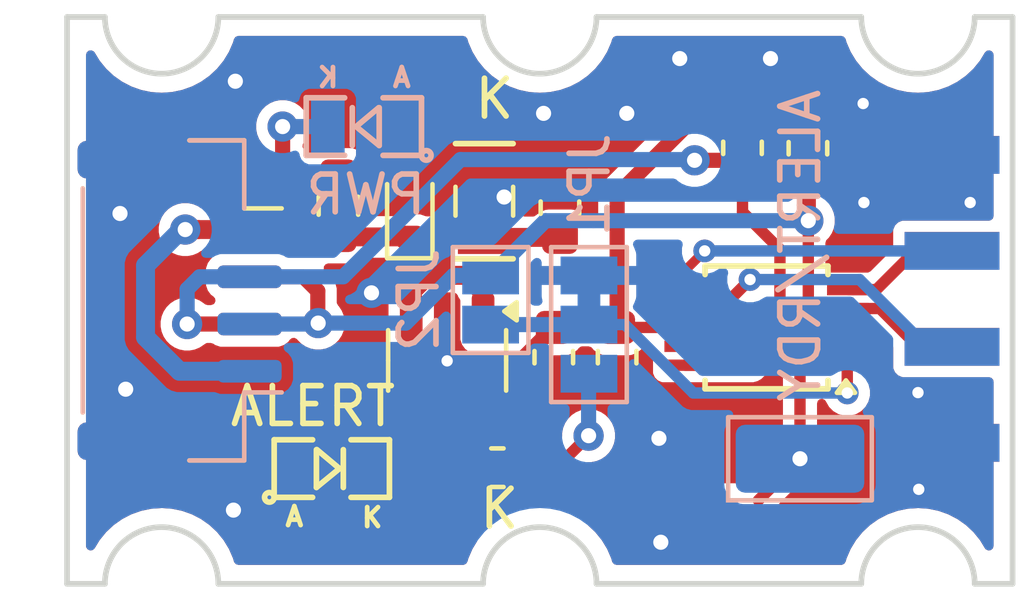
<source format=kicad_pcb>
(kicad_pcb (version 20241229) (generator "pcbnew") (generator_version "9.0")
  (title_block (title "TFI2CADC01A") (date "2022-03-24") (company "ThunderFly s.r.o.") (comment 1 "I2C Analog to digital convertor\\nfor PixHawk "))
  (layers (0 "F.Cu" jumper) (2 "B.Cu" signal) (13 "F.Paste" user) (15 "B.Paste" user) (5 "F.SilkS" user "F.Silkscreen") (7 "B.SilkS" user "B.Silkscreen") (1 "F.Mask" user) (3 "B.Mask" user) (25 "Edge.Cuts" user))
  (net 0 "")
  (net 1 "GND")
  (net 2 "+3V3")
  (net 3 "+5V")
  (net 4 "Net-(D1-A)")
  (net 6 "Net-(D3-A)")
  (net 7 "/AIN3")
  (net 8 "/AIN1")
  (net 9 "/AIN0")
  (net 10 "/AIN2")
  (net 11 "/ALERT{slash}RDY")
  (net 12 "/SDA")
  (net 13 "/SCL")
  (net 14 "/ADDR")
  (footprint "Package_TO_SOT_SMD:SOT-23-5" (layer "F.Cu") (at 146.05 106.5875 -90)
    (property "Reference" "U1" (hide yes))
    (property "Value" "MIC5504-3.3YM5" (hide yes))
    (fp_line (start 0 1.56) (end -0.8 1.56) (stroke (width 0.12)) (layer "F.SilkS"))
    (fp_line (start 0 1.56) (end 0.8 1.56) (stroke (width 0.12)) (layer "F.SilkS"))
    (fp_line (start 0 -1.56) (end -0.8 -1.56) (stroke (width 0.12)) (layer "F.SilkS"))
    (fp_line (start 0 -1.56) (end 0.8 -1.56) (stroke (width 0.12)) (layer "F.SilkS"))
    (fp_poly (pts (xy -1.3 -1.51) (xy -1.54 -1.84) (xy -1.06 -1.84)) (stroke (width 0.12)) (fill yes) (layer "F.SilkS"))
    (pad "1" smd roundrect (at -1.1375 -0.95 270) (size 1.325 0.6) (layers "F.Cu" "F.Mask" "F.Paste") (net 3 "+5V"))
    (pad "2" smd roundrect (at -1.1375 0 270) (size 1.325 0.6) (layers "F.Cu" "F.Mask" "F.Paste") (net 1 "GND"))
    (pad "3" smd roundrect (at -1.1375 0.95 270) (size 1.325 0.6) (layers "F.Cu" "F.Mask" "F.Paste") (net 3 "+5V"))
    (pad "4" smd roundrect (at 1.1375 0.95 270) (size 1.325 0.6) (layers "F.Cu" "F.Mask" "F.Paste"))
    (pad "5" smd roundrect (at 1.1375 -0.95 270) (size 1.325 0.6) (layers "F.Cu" "F.Mask" "F.Paste") (net 2 "+3V3"))
  )
  (footprint "Mlab_R:SMD-0603" (layer "F.Cu") (at 149.033 102.545 90)
    (property "Reference" "C2" (hide yes))
    (property "Value" "100nF" (hide yes))
    (fp_line (start -0.162779 -0.51) (end 0.162779 -0.51) (stroke (width 0.12)) (layer "F.SilkS"))
    (fp_line (start -0.162779 0.51) (end 0.162779 0.51) (stroke (width 0.12)) (layer "F.SilkS"))
    (pad "1" smd roundrect (at -0.7875 0 90) (size 0.875 0.95) (layers "F.Cu" "F.Mask" "F.Paste") (net 3 "+5V"))
    (pad "2" smd roundrect (at 0.7875 0 90) (size 0.875 0.95) (layers "F.Cu" "F.Mask" "F.Paste") (net 1 "GND"))
  )
  (footprint "Mlab_R:SMD-0603" (layer "F.Cu") (at 153.86 100.9625 -90)
    (property "Reference" "R3" (hide yes))
    (property "Value" "10k" (hide yes))
    (fp_line (start -0.162779 0.51) (end 0.162779 0.51) (stroke (width 0.12)) (layer "F.SilkS"))
    (fp_line (start -0.162779 -0.51) (end 0.162779 -0.51) (stroke (width 0.12)) (layer "F.SilkS"))
    (pad "1" smd roundrect (at -0.7875 0 270) (size 0.875 0.95) (layers "F.Cu" "F.Mask" "F.Paste") (net 2 "+3V3"))
    (pad "2" smd roundrect (at 0.7875 0 270) (size 0.875 0.95) (layers "F.Cu" "F.Mask" "F.Paste") (net 12 "/SDA"))
  )
  (footprint "Mlab_R:SMD-0805" (layer "F.Cu") (at 147.033 102.375 90)
    (property "Reference" "C1")
    (property "Value" "10uF")
    (fp_line (start 1.524 -0.762) (end 1.524 0.762) (stroke (width 0.15)) (layer "F.SilkS"))
    (fp_line (start -0.381 -0.762) (end 0.381 -0.762) (stroke (width 0.12)) (layer "F.SilkS"))
    (fp_line (start -0.381 0.762) (end 0.381 0.762) (stroke (width 0.12)) (layer "F.SilkS"))
    (fp_line (start -1.524 0.762) (end -1.524 -0.762) (stroke (width 0.15)) (layer "F.SilkS"))
    (pad "1" smd rect (at -0.9525 0 90) (size 0.889 1.397) (layers "F.Cu" "F.Mask" "F.Paste") (net 3 "+5V"))
    (pad "2" smd rect (at 0.9525 0 90) (size 0.889 1.397) (layers "F.Cu" "F.Mask" "F.Paste") (net 1 "GND"))
  )
  (footprint "Diode_SMD:D_SOD-523" (layer "F.Cu") (at 145.063 102.6235 90)
    (property "Reference" "D2" (hide yes))
    (property "Value" "BZX585-B5V6.115" (hide yes))
    (fp_line (start 0.7 -0.6) (end -1.26 -0.6) (stroke (width 0.12)) (layer "F.SilkS"))
    (fp_line (start -1.26 -0.6) (end -1.26 0.6) (stroke (width 0.12)) (layer "F.SilkS"))
    (fp_line (start 0.7 0.6) (end -1.26 0.6) (stroke (width 0.12)) (layer "F.SilkS"))
    (pad "1" smd roundrect (at -0.7 0 270) (size 0.6 0.7) (layers "F.Cu" "F.Mask" "F.Paste") (net 3 "+5V"))
    (pad "2" smd roundrect (at 0.7 0 270) (size 0.6 0.7) (layers "F.Cu" "F.Mask" "F.Paste") (net 1 "GND"))
  )
  (footprint "Mlab_R:SMD-0603" (layer "F.Cu") (at 148.87 106.5025 -90)
    (property "Reference" "C3" (hide yes))
    (property "Value" "1uF" (hide yes))
    (fp_line (start -0.162779 0.51) (end 0.162779 0.51) (stroke (width 0.12)) (layer "F.SilkS"))
    (fp_line (start -0.162779 -0.51) (end 0.162779 -0.51) (stroke (width 0.12)) (layer "F.SilkS"))
    (pad "1" smd roundrect (at -0.7875 0 270) (size 0.875 0.95) (layers "F.Cu" "F.Mask" "F.Paste") (net 2 "+3V3"))
    (pad "2" smd roundrect (at 0.7875 0 270) (size 0.875 0.95) (layers "F.Cu" "F.Mask" "F.Paste") (net 1 "GND"))
  )
  (footprint "Mlab_R:SMD-0603" (layer "F.Cu") (at 150.545 106.5025 -90)
    (property "Reference" "C4" (hide yes))
    (property "Value" "100nF" (hide yes))
    (fp_line (start -0.162779 0.51) (end 0.162779 0.51) (stroke (width 0.12)) (layer "F.SilkS"))
    (fp_line (start -0.162779 -0.51) (end 0.162779 -0.51) (stroke (width 0.12)) (layer "F.SilkS"))
    (pad "1" smd roundrect (at -0.7875 0 270) (size 0.875 0.95) (layers "F.Cu" "F.Mask" "F.Paste") (net 2 "+3V3"))
    (pad "2" smd roundrect (at 0.7875 0 270) (size 0.875 0.95) (layers "F.Cu" "F.Mask" "F.Paste") (net 1 "GND"))
  )
  (footprint "Mlab_R:SMD-0603" (layer "F.Cu") (at 147.3792 109.4266)
    (property "Reference" "R4" (hide yes))
    (property "Value" "4k7" (hide yes))
    (fp_line (start -0.16278 -0.51) (end 0.16278 -0.51) (stroke (width 0.12)) (layer "F.SilkS"))
    (fp_line (start -0.16278 0.51) (end 0.16278 0.51) (stroke (width 0.12)) (layer "F.SilkS"))
    (pad "1" smd roundrect (at -0.787501 0) (size 0.875 0.95) (layers "F.Cu" "F.Mask" "F.Paste") (net 6 "Net-(D3-A)"))
    (pad "2" smd roundrect (at 0.787501 0) (size 0.875 0.95) (layers "F.Cu" "F.Mask" "F.Paste") (net 2 "+3V3"))
  )
  (footprint "Mlab_D:LED_0805" (layer "F.Cu") (at 143 109.45)
    (property "Reference" "D3" (hide yes))
    (property "Value" "ALERT" (at -0.5 -1.65 180) (layer "F.SilkS"))
    (fp_line (start -1.524 -0.762) (end -0.508 -0.762) (stroke (width 0.15)) (layer "F.SilkS"))
    (fp_line (start -1.524 0.762) (end -1.524 -0.762) (stroke (width 0.15)) (layer "F.SilkS"))
    (fp_line (start -0.508 0.762) (end -1.524 0.762) (stroke (width 0.15)) (layer "F.SilkS"))
    (fp_line (start -0.4064 -0.5) (end -0.4064 0.5) (stroke (width 0.15)) (layer "F.SilkS"))
    (fp_line (start -0.3937 -0.499999) (end 0.2032 0) (stroke (width 0.15)) (layer "F.SilkS"))
    (fp_line (start 0.2032 0) (end -0.4064 0.5) (stroke (width 0.15)) (layer "F.SilkS"))
    (fp_line (start 0.3048 -0.5) (end 0.3048 0.5) (stroke (width 0.15)) (layer "F.SilkS"))
    (fp_line (start 0.508 -0.762) (end 1.524 -0.762) (stroke (width 0.15)) (layer "F.SilkS"))
    (fp_line (start 1.524 -0.762) (end 1.524 0.762) (stroke (width 0.15)) (layer "F.SilkS"))
    (fp_line (start 1.524 0.762) (end 0.508 0.762) (stroke (width 0.15)) (layer "F.SilkS"))
    (fp_circle (center -1.651 0.762) (end -1.651 0.635) (stroke (width 0.15)) (fill no) (layer "F.SilkS"))
    (fp_text user "A" (at -0.9906 1.270001 180) (layer "F.SilkS") (effects (font (size 0.5 0.5) (thickness 0.125))))
    (fp_text user "K" (at 1.0668 1.295401 180) (layer "F.SilkS") (effects (font (size 0.5 0.5) (thickness 0.125))))
    (pad "1" smd rect (at -0.9525 0) (size 0.889 1.397) (layers "F.Cu" "F.Mask" "F.Paste") (net 11 "/ALERT{slash}RDY"))
    (pad "2" smd rect (at 0.9525 0) (size 0.889 1.397) (layers "F.Cu" "F.Mask" "F.Paste") (net 6 "Net-(D3-A)"))
  )
  (footprint "Connector_JST:JST_GH_SM04B-GHS-TB_1x04-1MP_P1.25mm_Horizontal" (layer "F.Cu") (at 138.975 105 -90)
    (property "Reference" "J2" (hide yes))
    (property "Value" "SM04B-GHS-TB" (hide yes))
    (fp_line (start -2.965 2.56) (end 2.965 2.56) (stroke (width 0.12)) (layer "F.SilkS"))
    (fp_line (start -4.235 -0.26) (end -4.235 -1.71) (stroke (width 0.12)) (layer "F.SilkS"))
    (fp_line (start 4.235 -0.26) (end 4.235 -1.71) (stroke (width 0.12)) (layer "F.SilkS"))
    (fp_line (start -4.235 -1.71) (end -2.435 -1.71) (stroke (width 0.12)) (layer "F.SilkS"))
    (fp_line (start -2.435 -1.71) (end -2.435 -2.7) (stroke (width 0.12)) (layer "F.SilkS"))
    (fp_line (start 4.235 -1.71) (end 2.435 -1.71) (stroke (width 0.12)) (layer "F.SilkS"))
    (pad "1" smd roundrect (at -1.875 -1.85 270) (size 0.6 1.7) (layers "F.Cu" "F.Mask" "F.Paste") (net 3 "+5V"))
    (pad "2" smd roundrect (at -0.625 -1.85 270) (size 0.6 1.7) (layers "F.Cu" "F.Mask" "F.Paste") (net 13 "/SCL"))
    (pad "3" smd roundrect (at 0.625 -1.85 270) (size 0.6 1.7) (layers "F.Cu" "F.Mask" "F.Paste") (net 12 "/SDA"))
    (pad "4" smd roundrect (at 1.875 -1.85 270) (size 0.6 1.7) (layers "F.Cu" "F.Mask" "F.Paste") (net 1 "GND"))
    (pad "MP" smd roundrect (at -3.725 1.35 270) (size 1 2.7) (layers "F.Cu" "F.Mask" "F.Paste") (net 1 "GND"))
    (pad "MP" smd roundrect (at 3.725 1.35 270) (size 1 2.7) (layers "F.Cu" "F.Mask" "F.Paste") (net 1 "GND"))
  )
  (footprint "Mlab_R:SMD-0603" (layer "F.Cu") (at 155.59 100.9725 -90)
    (property "Reference" "R2" (hide yes))
    (property "Value" "10k" (hide yes))
    (fp_line (start -0.162779 0.51) (end 0.162779 0.51) (stroke (width 0.12)) (layer "F.SilkS"))
    (fp_line (start -0.162779 -0.51) (end 0.162779 -0.51) (stroke (width 0.12)) (layer "F.SilkS"))
    (pad "1" smd roundrect (at -0.7875 0 270) (size 0.875 0.95) (layers "F.Cu" "F.Mask" "F.Paste") (net 2 "+3V3"))
    (pad "2" smd roundrect (at 0.7875 0 270) (size 0.875 0.95) (layers "F.Cu" "F.Mask" "F.Paste") (net 13 "/SCL"))
  )
  (footprint "Resistor_SMD:R_0603_1608Metric" (layer "F.Cu") (at 143.175 102.495 90)
    (property "Reference" "R1" (hide yes))
    (property "Value" "180R" (hide yes))
    (fp_line (start -0.237258 -0.5225) (end 0.237258 -0.5225) (stroke (width 0.12)) (layer "F.SilkS"))
    (fp_line (start -0.237258 0.5225) (end 0.237258 0.5225) (stroke (width 0.12)) (layer "F.SilkS"))
    (pad "1" smd roundrect (at -0.825 0 90) (size 0.8 0.95) (layers "F.Cu" "F.Mask" "F.Paste") (net 3 "+5V"))
    (pad "2" smd roundrect (at 0.825 0 90) (size 0.8 0.95) (layers "F.Cu" "F.Mask" "F.Paste") (net 4 "Net-(D1-A)"))
  )
  (footprint "Connector_PinHeader_2.54mm:PinHeader_2x04_P2.54mm_Edge_Mount" (layer "F.Cu") (at 159.4 105.25)
    (property "Reference" "J1" (hide yes))
    (property "Value" "HEADER_2x04" (hide yes))
    (pad "1" smd rect (at 0 -4.1) (size 2.51 1) (layers "F.Cu" "F.Mask" "F.Paste") (net 1 "GND"))
    (pad "2" smd rect (at 0 -4.1) (size 2.51 1) (layers "B.Cu" "B.Mask") (net 1 "GND"))
    (pad "3" smd rect (at 0 -1.56) (size 2.51 1) (layers "F.Cu" "F.Mask" "F.Paste") (net 8 "/AIN1"))
    (pad "4" smd rect (at 0 -1.56) (size 2.51 1) (layers "B.Cu" "B.Mask" "B.Paste") (net 10 "/AIN2"))
    (pad "5" smd rect (at 0 0.98) (size 2.51 1) (layers "F.Cu" "F.Mask" "F.Paste") (net 9 "/AIN0"))
    (pad "6" smd rect (at 0 0.98) (size 2.51 1) (layers "B.Cu" "B.Mask" "B.Paste") (net 7 "/AIN3"))
    (pad "7" smd rect (at 0 3.52) (size 2.51 1) (layers "F.Cu" "F.Mask" "F.Paste") (net 1 "GND"))
    (pad "8" smd rect (at 0 3.52) (size 2.51 1) (layers "B.Cu" "B.Mask" "B.Paste") (net 1 "GND"))
  )
  (footprint "Package_SO:TSSOP-10_3x3mm_P0.5mm" (layer "F.Cu") (at 154.495 105.715 180)
    (property "Reference" "U2" (hide yes))
    (property "Value" "ADS1115IDGS" (hide yes))
    (fp_line (start 1.625 1.625) (end 1.625 1.4) (stroke (width 0.15)) (layer "F.SilkS"))
    (fp_line (start 1.625 -1.625) (end 1.625 -1.4) (stroke (width 0.15)) (layer "F.SilkS"))
    (fp_line (start -1.625 1.625) (end 1.625 1.625) (stroke (width 0.15)) (layer "F.SilkS"))
    (fp_line (start -1.625 1.625) (end -1.625 1.4) (stroke (width 0.15)) (layer "F.SilkS"))
    (fp_line (start -1.625 -1.625) (end 1.625 -1.625) (stroke (width 0.15)) (layer "F.SilkS"))
    (fp_line (start -1.625 -1.625) (end -1.625 -1.4) (stroke (width 0.15)) (layer "F.SilkS"))
    (fp_poly (pts (xy -2.1 -1.4) (xy -2.34 -1.73) (xy -1.86 -1.73) (xy -2.1 -1.4)) (stroke (width 0.12)) (fill yes) (layer "F.SilkS"))
    (pad "1" smd rect (at -2.15 -1 180) (size 1.1 0.3) (layers "F.Cu" "F.Mask" "F.Paste") (net 14 "/ADDR"))
    (pad "2" smd rect (at -2.15 -0.5 180) (size 1.1 0.3) (layers "F.Cu" "F.Mask" "F.Paste") (net 11 "/ALERT{slash}RDY"))
    (pad "3" smd rect (at -2.15 0 180) (size 1.1 0.3) (layers "F.Cu" "F.Mask" "F.Paste") (net 1 "GND"))
    (pad "4" smd rect (at -2.15 0.5 180) (size 1.1 0.3) (layers "F.Cu" "F.Mask" "F.Paste") (net 9 "/AIN0"))
    (pad "5" smd rect (at -2.15 1 180) (size 1.1 0.3) (layers "F.Cu" "F.Mask" "F.Paste") (net 8 "/AIN1"))
    (pad "6" smd rect (at 2.15 1 180) (size 1.1 0.3) (layers "F.Cu" "F.Mask" "F.Paste") (net 10 "/AIN2"))
    (pad "7" smd rect (at 2.15 0.5 180) (size 1.1 0.3) (layers "F.Cu" "F.Mask" "F.Paste") (net 7 "/AIN3"))
    (pad "8" smd rect (at 2.15 0 180) (size 1.1 0.3) (layers "F.Cu" "F.Mask" "F.Paste") (net 2 "+3V3"))
    (pad "9" smd rect (at 2.15 -0.5 180) (size 1.1 0.3) (layers "F.Cu" "F.Mask" "F.Paste") (net 12 "/SDA"))
    (pad "10" smd rect (at 2.15 -1 180) (size 1.1 0.3) (layers "F.Cu" "F.Mask" "F.Paste") (net 13 "/SCL"))
  )
  (footprint "Jumper:SolderJumper-2_P1.3mm_Open_Pad1.0x1.5mm" (layer "B.Cu") (at 147.2 104.99 90)
    (property "Reference" "JP2" (at 0 -1.9 90) (layer "B.SilkS") (effects (justify mirror)))
    (property "Value" "SolderJumper_2_Open" (hide yes))
    (fp_line (start 1.4 -1) (end -1.4 -1) (stroke (width 0.12)) (layer "B.SilkS"))
    (fp_line (start -1.4 -1) (end -1.4 1) (stroke (width 0.12)) (layer "B.SilkS"))
    (fp_line (start 1.4 1) (end 1.4 -1) (stroke (width 0.12)) (layer "B.SilkS"))
    (fp_line (start -1.4 1) (end 1.4 1) (stroke (width 0.12)) (layer "B.SilkS"))
    (pad "1" smd rect (at -0.65 0 90) (size 1 1.5) (layers "B.Cu" "B.Mask") (net 14 "/ADDR"))
    (pad "2" smd rect (at 0.65 0 90) (size 1 1.5) (layers "B.Cu" "B.Mask") (net 13 "/SCL"))
  )
  (footprint "TestPoint:TestPoint_Keystone_5015_Micro_Mini" (layer "B.Cu") (at 155.38 109.19)
    (property "Reference" "T1" (hide yes))
    (property "Value" "ALERT/RDY" (at 0.01 -5.64 90) (layer "B.SilkS") (effects (justify mirror)))
    (fp_rect (start -1.9 1.1) (end 1.9 -1.1) (stroke (width 0.12)) (fill no) (layer "B.SilkS"))
    (pad "1" smd roundrect (at 0 0) (size 3.4 1.8) (layers "B.Cu" "B.Mask" "B.Paste") (roundrect_rratio 0.1388888889) (net 11 "/ALERT{slash}RDY"))
  )
  (footprint "Connector_JST:JST_GH_SM04B-GHS-TB_1x04-1MP_P1.25mm_Horizontal" (layer "B.Cu") (at 138.975 105 90)
    (property "Reference" "J3" (hide yes))
    (property "Value" "SM04B-GHS-TB")
    (fp_line (start -2.965 -2.56) (end 2.965 -2.56) (stroke (width 0.12)) (layer "B.SilkS"))
    (fp_line (start 4.235 0.26) (end 4.235 1.71) (stroke (width 0.12)) (layer "B.SilkS"))
    (fp_line (start -4.235 0.26) (end -4.235 1.71) (stroke (width 0.12)) (layer "B.SilkS"))
    (fp_line (start 4.235 1.71) (end 2.435 1.71) (stroke (width 0.12)) (layer "B.SilkS"))
    (fp_line (start -2.435 1.71) (end -2.435 2.7) (stroke (width 0.12)) (layer "B.SilkS"))
    (fp_line (start -4.235 1.71) (end -2.435 1.71) (stroke (width 0.12)) (layer "B.SilkS"))
    (pad "1" smd roundrect (at -1.875 1.85 90) (size 0.6 1.7) (layers "B.Cu" "B.Mask" "B.Paste") (net 3 "+5V"))
    (pad "2" smd roundrect (at -0.625 1.85 90) (size 0.6 1.7) (layers "B.Cu" "B.Mask" "B.Paste") (net 13 "/SCL"))
    (pad "3" smd roundrect (at 0.625 1.85 90) (size 0.6 1.7) (layers "B.Cu" "B.Mask" "B.Paste") (net 12 "/SDA"))
    (pad "4" smd roundrect (at 1.875 1.85 90) (size 0.6 1.7) (layers "B.Cu" "B.Mask" "B.Paste") (net 1 "GND"))
    (pad "MP" smd roundrect (at -3.725 -1.35 90) (size 1 2.7) (layers "B.Cu" "B.Mask" "B.Paste") (net 1 "GND"))
    (pad "MP" smd roundrect (at 3.725 -1.35 90) (size 1 2.7) (layers "B.Cu" "B.Mask" "B.Paste") (net 1 "GND"))
  )
  (footprint "Jumper:SolderJumper-3_P1.3mm_Bridged12_Pad1.0x1.5mm_NumberLabels" (layer "B.Cu") (at 149.8 105.64 -90)
    (property "Reference" "JP1" (at -3.7 -0.02 90) (layer "B.SilkS") (effects (justify mirror)))
    (property "Value" "~" (hide yes))
    (fp_poly (pts (xy -0.9 0.3) (xy -0.4 0.3) (xy -0.4 -0.3) (xy -0.9 -0.3)) (fill yes) (layer "B.Cu"))
    (fp_line (start -2.05 1) (end 2.05 1) (stroke (width 0.12)) (layer "B.SilkS"))
    (fp_line (start 2.05 1) (end 2.05 -1) (stroke (width 0.12)) (layer "B.SilkS"))
    (fp_line (start -2.05 -1) (end -2.05 1) (stroke (width 0.12)) (layer "B.SilkS"))
    (fp_line (start 2.05 -1) (end -2.05 -1) (stroke (width 0.12)) (layer "B.SilkS"))
    (pad "1" smd rect (at -1.3 0 270) (size 1 1.5) (layers "B.Cu" "B.Mask") (net 1 "GND"))
    (pad "2" smd rect (at 0 0 270) (size 1 1.5) (layers "B.Cu" "B.Mask") (net 14 "/ADDR"))
    (pad "3" smd rect (at 1.3 0 270) (size 1 1.5) (layers "B.Cu" "B.Mask") (net 2 "+3V3"))
  )
  (footprint "Mlab_D:LED_0805" (layer "B.Cu") (at 143.8475 100.4 180)
    (property "Reference" "D1" (hide yes))
    (property "Value" "PWR" (at -0.0525 -1.8 180) (layer "B.SilkS") (effects (justify mirror)))
    (fp_line (start 1.524 0.762) (end 1.524 -0.762) (stroke (width 0.15)) (layer "B.SilkS"))
    (fp_line (start 1.524 -0.762) (end 0.508 -0.762) (stroke (width 0.15)) (layer "B.SilkS"))
    (fp_line (start 0.508 0.762) (end 1.524 0.762) (stroke (width 0.15)) (layer "B.SilkS"))
    (fp_line (start 0.3048 0.5) (end 0.3048 -0.5) (stroke (width 0.15)) (layer "B.SilkS"))
    (fp_line (start 0.2032 0) (end -0.4064 -0.5) (stroke (width 0.15)) (layer "B.SilkS"))
    (fp_line (start -0.3937 0.5) (end 0.2032 0) (stroke (width 0.15)) (layer "B.SilkS"))
    (fp_line (start -0.4064 0.5) (end -0.4064 -0.5) (stroke (width 0.15)) (layer "B.SilkS"))
    (fp_line (start -0.508 -0.762) (end -1.524 -0.762) (stroke (width 0.15)) (layer "B.SilkS"))
    (fp_line (start -1.524 0.762) (end -0.508 0.762) (stroke (width 0.15)) (layer "B.SilkS"))
    (fp_line (start -1.524 -0.762) (end -1.524 0.762) (stroke (width 0.15)) (layer "B.SilkS"))
    (fp_circle (center -1.651 -0.762) (end -1.651 -0.635) (stroke (width 0.15)) (fill no) (layer "B.SilkS"))
    (fp_text user "A" (at -1.0025 1.3 0) (layer "B.SilkS") (effects (font (size 0.5 0.5) (thickness 0.125)) (justify mirror)))
    (fp_text user "K" (at 0.9475 1.3 0) (layer "B.SilkS") (effects (font (size 0.5 0.5) (thickness 0.125)) (justify mirror)))
    (pad "1" smd rect (at -0.9525 0 180) (size 0.889 1.397) (layers "B.Cu" "B.Mask" "B.Paste") (net 1 "GND"))
    (pad "2" smd rect (at 0.9525 0 180) (size 0.889 1.397) (layers "B.Cu" "B.Mask" "B.Paste") (net 4 "Net-(D1-A)"))
  )
  (gr_line (start 160 97.5) (end 161 97.5) (stroke (width 0.15)) (layer "Edge.Cuts"))
  (gr_arc (start 160 97.5) (mid 158.5 99) (end 157 97.5) (stroke (width 0.15)) (layer "Edge.Cuts"))
  (gr_line (start 157 112.5) (end 150 112.5) (stroke (width 0.15)) (layer "Edge.Cuts"))
  (gr_arc (start 140 97.5) (mid 138.5 99) (end 137 97.5) (stroke (width 0.15)) (layer "Edge.Cuts"))
  (gr_line (start 137 112.5) (end 136 112.5) (stroke (width 0.15)) (layer "Edge.Cuts"))
  (gr_line (start 161 112.5) (end 160 112.5) (stroke (width 0.15)) (layer "Edge.Cuts"))
  (gr_line (start 147 112.5) (end 140 112.5) (stroke (width 0.15)) (layer "Edge.Cuts"))
  (gr_arc (start 137 112.5) (mid 138.5 111) (end 140 112.5) (stroke (width 0.15)) (layer "Edge.Cuts"))
  (gr_line (start 136 97.5) (end 137 97.5) (stroke (width 0.15)) (layer "Edge.Cuts"))
  (gr_line (start 150 97.5) (end 157 97.5) (stroke (width 0.15)) (layer "Edge.Cuts"))
  (gr_arc (start 147 112.5) (mid 148.5 111) (end 150 112.5) (stroke (width 0.15)) (layer "Edge.Cuts"))
  (gr_arc (start 157 112.5) (mid 158.5 111) (end 160 112.5) (stroke (width 0.15)) (layer "Edge.Cuts"))
  (gr_line (start 136 112.5) (end 136 97.5) (stroke (width 0.15)) (layer "Edge.Cuts"))
  (gr_line (start 140 97.5) (end 147 97.5) (stroke (width 0.15)) (layer "Edge.Cuts"))
  (gr_line (start 161 97.5) (end 161 112.5) (stroke (width 0.15)) (layer "Edge.Cuts"))
  (gr_arc (start 150 97.5) (mid 148.5 99) (end 147 97.5) (stroke (width 0.15)) (layer "Edge.Cuts"))
  (gr_text "K\n" (at 146.7 100.25 0) (layer "F.SilkS") (effects (font (size 1 1)) (justify left bottom)))
  (gr_text "K\n" (at 146.83 111.1 0) (layer "F.SilkS") (effects (font (size 1 1)) (justify left bottom)))
  (segment (start 156.645 105.715) (end 157.321448 105.715) (width 0.25) (layer "F.Cu") (net 1))
  (segment (start 157.321448 105.715) (end 157.7 106.093552) (width 0.25) (layer "F.Cu") (net 1))
  (segment (start 158.203 107.44) (end 158.5 107.44) (width 0.25) (layer "F.Cu") (net 1))
  (segment (start 157.7 106.937) (end 158.203 107.44) (width 0.25) (layer "F.Cu") (net 1))
  (segment (start 157.7 106.093552) (end 157.7 106.937) (width 0.25) (layer "F.Cu") (net 1))
  (segment (start 158.66 108.77) (end 159.4 108.77) (width 0.2) (layer "F.Cu") (net 1))
  (via (at 159.88 102.41) (size 0.6) (drill 0.3) (layers "F.Cu" "B.Cu") (net 1))
  (via (at 137.55 107.35) (size 0.8) (drill 0.4) (layers "F.Cu" "B.Cu") (net 1))
  (via (at 140.45 99.2) (size 0.8) (drill 0.4) (layers "F.Cu" "B.Cu") (net 1))
  (via (at 144.05 104.8) (size 0.8) (drill 0.4) (layers "F.Cu" "B.Cu") (net 1))
  (via (at 151.7 111.4) (size 0.8) (drill 0.4) (layers "F.Cu" "B.Cu") (net 1))
  (via (at 154.6 98.6) (size 0.8) (drill 0.4) (layers "F.Cu" "B.Cu") (net 1))
  (via (at 140.4 110.55) (size 0.8) (drill 0.4) (layers "F.Cu" "B.Cu") (net 1))
  (via (at 147.557 102.2638) (size 0.8) (drill 0.4) (layers "F.Cu" "B.Cu") (net 1))
  (via (at 137.4 102.7) (size 0.8) (drill 0.4) (layers "F.Cu" "B.Cu") (net 1))
  (via (at 157.05 99.79) (size 0.6) (drill 0.3) (layers "F.Cu" "B.Cu") (net 1))
  (via (at 151.65 108.65) (size 0.8) (drill 0.4) (layers "F.Cu" "B.Cu") (net 1))
  (via (at 158.5 107.44) (size 0.6) (drill 0.3) (layers "F.Cu" "B.Cu") (net 1))
  (via (at 152.2 98.6) (size 0.8) (drill 0.4) (layers "F.Cu" "B.Cu") (net 1))
  (via (at 148.6 100.05) (size 0.8) (drill 0.4) (layers "F.Cu" "B.Cu") (net 1))
  (via (at 157.07 102.41) (size 0.6) (drill 0.3) (layers "F.Cu" "B.Cu") (net 1))
  (via (at 146.05 106.6) (size 0.6) (drill 0.3) (layers "F.Cu" "B.Cu") (net 1))
  (via (at 150.8 100.05) (size 0.8) (drill 0.4) (layers "F.Cu" "B.Cu") (net 1))
  (via (at 158.52 110) (size 0.6) (drill 0.3) (layers "F.Cu" "B.Cu") (net 1))
  (segment (start 137.62 101.28) (end 137.625 101.275) (width 0.4) (layer "B.Cu") (net 1))
  (segment (start 137.62 108.72) (end 137.625 108.725) (width 0.4) (layer "B.Cu") (net 1))
  (segment (start 147 107.585) (end 148.87 105.715) (width 0.4) (layer "F.Cu") (net 2))
  (segment (start 148.9434 109.4266) (end 148.166701 109.4266) (width 0.3) (layer "F.Cu") (net 2))
  (segment (start 147 107.725) (end 147 107.585) (width 0.4) (layer "F.Cu") (net 2))
  (segment (start 152.345 105.715) (end 150.545 105.715) (width 0.3) (layer "F.Cu") (net 2))
  (segment (start 147 108.0822) (end 147 107.725) (width 0.3) (layer "F.Cu") (net 2))
  (segment (start 150.545 105.715) (end 150.545 102.208429) (width 0.4) (layer "F.Cu") (net 2))
  (segment (start 152.578429 100.175) (end 153.86 100.175) (width 0.4) (layer "F.Cu") (net 2))
  (segment (start 148.87 105.715) (end 150.545 105.715) (width 0.4) (layer "F.Cu") (net 2))
  (segment (start 149.79 108.58) (end 148.9434 109.4266) (width 0.3) (layer "F.Cu") (net 2))
  (segment (start 148.166701 109.248901) (end 147 108.0822) (width 0.3) (layer "F.Cu") (net 2))
  (segment (start 150.545 102.208429) (end 152.578429 100.175) (width 0.4) (layer "F.Cu") (net 2))
  (segment (start 155.58 100.175) (end 155.59 100.185) (width 0.4) (layer "F.Cu") (net 2))
  (segment (start 148.166701 109.4266) (end 148.166701 109.248901) (width 0.3) (layer "F.Cu") (net 2))
  (segment (start 153.86 100.175) (end 155.58 100.175) (width 0.4) (layer "F.Cu") (net 2))
  (via (at 149.79 108.58) (size 0.8) (drill 0.4) (layers "F.Cu" "B.Cu") (net 2))
  (segment (start 149.79 108.58) (end 149.79 106.95) (width 0.4) (layer "B.Cu") (net 2))
  (segment (start 149.79 106.95) (end 149.8 106.94) (width 0.4) (layer "B.Cu") (net 2))
  (segment (start 145.063 103.3235) (end 145.0595 103.32) (width 0.5) (layer "F.Cu") (net 3))
  (segment (start 145.9822 103.3275) (end 145.067 103.3275) (width 0.500126) (layer "F.Cu") (net 3))
  (segment (start 140.825 103.125) (end 142.98 103.125) (width 0.5) (layer "F.Cu") (net 3))
  (segment (start 147.033 103.3275) (end 147.033 103.317) (width 0.25) (layer "F.Cu") (net 3))
  (segment (start 147.033 103.317) (end 147.125 103.225) (width 0.25) (layer "F.Cu") (net 3))
  (segment (start 147.033 103.3275) (end 145.9822 103.3275) (width 0.500126) (layer "F.Cu") (net 3))
  (segment (start 139.475 103.125) (end 139.125 103.125) (width 0.5) (layer "F.Cu") (net 3))
  (segment (start 145.9822 104.3365) (end 145.9822 103.3275) (width 0.5) (layer "F.Cu") (net 3))
  (segment (start 140.825 103.125) (end 139.475 103.125) (width 0.5) (layer "F.Cu") (net 3))
  (segment (start 143.175 103.32) (end 145.0595 103.32) (width 0.5) (layer "F.Cu") (net 3))
  (segment (start 146.548999 104.3365) (end 145.9822 104.3365) (width 0.5) (layer "F.Cu") (net 3))
  (segment (start 145.1 104.78) (end 145.1 105.45) (width 0.5) (layer "F.Cu") (net 3))
  (segment (start 147 105.45) (end 147 104.787501) (width 0.5) (layer "F.Cu") (net 3))
  (segment (start 145.9822 104.3365) (end 145.5435 104.3365) (width 0.5) (layer "F.Cu") (net 3))
  (segment (start 147.038 103.3325) (end 147.033 103.3275) (width 0.5) (layer "F.Cu") (net 3))
  (segment (start 147 105.45) (end 147 105.3655) (width 0.5) (layer "F.Cu") (net 3))
  (segment (start 145.067 103.3275) (end 145.063 103.3235) (width 0.25) (layer "F.Cu") (net 3))
  (segment (start 145.5435 104.3365) (end 145.1 104.78) (width 0.5) (layer "F.Cu") (net 3))
  (segment (start 149.033 103.3325) (end 147.038 103.3325) (width 0.5) (layer "F.Cu") (net 3))
  (segment (start 142.98 103.125) (end 143.175 103.32) (width 0.5) (layer "F.Cu") (net 3))
  (segment (start 147 104.787501) (end 146.548999 104.3365) (width 0.5) (layer "F.Cu") (net 3))
  (via (at 139.125 103.125) (size 0.8) (drill 0.4) (layers "F.Cu" "B.Cu") (net 3))
  (segment (start 138.975 106.875) (end 140.825 106.875) (width 0.5) (layer "B.Cu") (net 3))
  (segment (start 139.075 103.075) (end 138.075 104.075) (width 0.5) (layer "B.Cu") (net 3))
  (segment (start 139.125 103.125) (end 139.075 103.075) (width 0.5) (layer "B.Cu") (net 3))
  (segment (start 138.075 104.075) (end 138.075 105.975) (width 0.5) (layer "B.Cu") (net 3))
  (segment (start 138.075 105.975) (end 138.975 106.875) (width 0.5) (layer "B.Cu") (net 3))
  (segment (start 141.7 100.45) (end 141.7 100.4) (width 0.4) (layer "F.Cu") (net 4))
  (segment (start 143.175 101.67) (end 142.92 101.67) (width 0.4) (layer "F.Cu") (net 4))
  (segment (start 141.7 100.4) (end 141.7 100.3) (width 0.4) (layer "F.Cu") (net 4))
  (segment (start 142.22 101.67) (end 141.7 101.15) (width 0.4) (layer "F.Cu") (net 4))
  (segment (start 141.7 101.15) (end 141.7 100.45) (width 0.4) (layer "F.Cu") (net 4))
  (segment (start 143.175 101.67) (end 142.22 101.67) (width 0.4) (layer "F.Cu") (net 4))
  (via (at 141.7 100.4) (size 0.8) (drill 0.4) (layers "F.Cu" "B.Cu") (net 4))
  (segment (start 141.7 100.4) (end 142.895 100.4) (width 0.4) (layer "B.Cu") (net 4))
  (segment (start 153.2926 105.215) (end 154.0594 104.4482) (width 0.3) (layer "F.Cu") (net 7))
  (segment (start 152.345 105.215) (end 153.2926 105.215) (width 0.3) (layer "F.Cu") (net 7))
  (via (at 154.0594 104.4482) (size 0.6) (drill 0.3) (layers "F.Cu" "B.Cu") (net 7))
  (segment (start 158.7368 106.23) (end 156.955 104.4482) (width 0.3) (layer "B.Cu") (net 7))
  (segment (start 159.4 106.23) (end 158.7368 106.23) (width 0.3) (layer "B.Cu") (net 7))
  (segment (start 156.955 104.4482) (end 154.0594 104.4482) (width 0.3) (layer "B.Cu") (net 7))
  (segment (start 156.645 104.715) (end 157.3994 104.715) (width 0.3) (layer "F.Cu") (net 8))
  (segment (start 158.4244 103.69) (end 159.4 103.69) (width 0.3) (layer "F.Cu") (net 8))
  (segment (start 157.3994 104.715) (end 158.4244 103.69) (width 0.3) (layer "F.Cu") (net 8))
  (segment (start 156.645 105.215) (end 157.4932 105.215) (width 0.3) (layer "F.Cu") (net 9))
  (segment (start 158.5082 106.23) (end 159.4 106.23) (width 0.3) (layer "F.Cu") (net 9))
  (segment (start 157.4932 105.215) (end 158.5082 106.23) (width 0.3) (layer "F.Cu") (net 9))
  (segment (start 159.3575 106.2725) (end 159.4 106.23) (width 0.2) (layer "F.Cu") (net 9))
  (segment (start 152.345 104.715) (end 152.345 104.205) (width 0.25) (layer "F.Cu") (net 10))
  (segment (start 152.345 104.205) (end 152.86 103.69) (width 0.25) (layer "F.Cu") (net 10))
  (via (at 152.86 103.69) (size 0.6) (drill 0.3) (layers "F.Cu" "B.Cu") (net 10))
  (segment (start 152.86 103.69) (end 159.4 103.69) (width 0.3) (layer "B.Cu") (net 10))
  (segment (start 155.38 106.628) (end 155.38 109.19) (width 0.3) (layer "F.Cu") (net 11))
  (segment (start 156.645 106.215) (end 155.793 106.215) (width 0.3) (layer "F.Cu") (net 11))
  (segment (start 154.2798 110.2902) (end 155.38 109.19) (width 0.3) (layer "F.Cu") (net 11))
  (segment (start 155.793 106.215) (end 155.38 106.628) (width 0.3) (layer "F.Cu") (net 11))
  (via (at 155.38 109.19) (size 0.8) (drill 0.4) (layers "F.Cu" "B.Cu") (net 11))
  (segment (start 152.5924 101.2924) (end 153.4024 101.2924) (width 0.4) (layer "F.Cu") (net 12))
  (segment (start 153.765 106.215) (end 152.345 106.215) (width 0.3) (layer "F.Cu") (net 12))
  (segment (start 153.86 102.66) (end 154.85 103.65) (width 0.3) (layer "F.Cu") (net 12))
  (segment (start 139.175 105.625) (end 140.825 105.625) (width 0.4) (layer "F.Cu") (net 12))
  (segment (start 153.855 101.93) (end 153.86 101.925) (width 0.4) (layer "F.Cu") (net 12))
  (segment (start 153.86 101.925) (end 153.86 102.66) (width 0.3) (layer "F.Cu") (net 12))
  (segment (start 154.85 103.65) (end 154.85 105.13) (width 0.3) (layer "F.Cu") (net 12))
  (segment (start 153.4024 101.2924) (end 153.86 101.75) (width 0.4) (layer "F.Cu") (net 12))
  (segment (start 154.85 105.13) (end 153.765 106.215) (width 0.3) (layer "F.Cu") (net 12))
  (via (at 139.175 105.625) (size 0.8) (drill 0.4) (layers "F.Cu" "B.Cu") (net 12))
  (via (at 152.5924 101.2924) (size 0.8) (drill 0.4) (layers "F.Cu" "B.Cu") (net 12))
  (segment (start 139.505 104.375) (end 140.825 104.375) (width 0.4) (layer "B.Cu") (net 12))
  (segment (start 139.175 105.625) (end 139.175 104.705) (width 0.4) (layer "B.Cu") (net 12))
  (segment (start 146.4018 101.2732) (end 152.5732 101.2732) (width 0.4) (layer "B.Cu") (net 12))
  (segment (start 143.3 104.375) (end 146.4018 101.2732) (width 0.4) (layer "B.Cu") (net 12))
  (segment (start 139.175 104.705) (end 139.505 104.375) (width 0.4) (layer "B.Cu") (net 12))
  (segment (start 140.825 104.375) (end 143.3 104.375) (width 0.4) (layer "B.Cu") (net 12))
  (segment (start 152.5732 101.2732) (end 152.5924 101.2924) (width 0.4) (layer "B.Cu") (net 12))
  (segment (start 142.63 104.75) (end 142.255 104.375) (width 0.4) (layer "F.Cu") (net 13))
  (segment (start 155.6 105.2) (end 154.085 106.715) (width 0.3) (layer "F.Cu") (net 13))
  (segment (start 154.085 106.715) (end 152.345 106.715) (width 0.3) (layer "F.Cu") (net 13))
  (segment (start 142.64 105.6) (end 142.63 105.59) (width 0.4) (layer "F.Cu") (net 13))
  (segment (start 155.6 102.94) (end 155.6 105.2) (width 0.3) (layer "F.Cu") (net 13))
  (segment (start 142.63 105.59) (end 142.63 104.75) (width 0.4) (layer "F.Cu") (net 13))
  (segment (start 155.6 102.94) (end 155.6 101.925) (width 0.4) (layer "F.Cu") (net 13))
  (segment (start 142.255 104.375) (end 140.825 104.375) (width 0.4) (layer "F.Cu") (net 13))
  (via (at 142.64 105.6) (size 0.8) (drill 0.4) (layers "F.Cu" "B.Cu") (net 13))
  (via (at 155.6 102.89) (size 0.8) (drill 0.4) (layers "F.Cu" "B.Cu") (net 13))
  (segment (start 142.325 105.625) (end 140.825 105.625) (width 0.4) (layer "B.Cu") (net 13))
  (segment (start 147.165 104.375) (end 147.2 104.34) (width 0.4) (layer "B.Cu") (net 13))
  (segment (start 142.64 105.6) (end 144.9574 105.6) (width 0.4) (layer "B.Cu") (net 13))
  (segment (start 144.9574 105.6) (end 146.2174 104.34) (width 0.4) (layer "B.Cu") (net 13))
  (segment (start 148.65 102.89) (end 155.6 102.89) (width 0.4) (layer "B.Cu") (net 13))
  (segment (start 147.2 104.34) (end 148.65 102.89) (width 0.4) (layer "B.Cu") (net 13))
  (segment (start 146.2174 104.34) (end 147.2 104.34) (width 0.4) (layer "B.Cu") (net 13))
  (segment (start 156.63 106.73) (end 156.645 106.715) (width 0.3) (layer "F.Cu") (net 14))
  (segment (start 156.63 107.45) (end 156.63 106.73) (width 0.3) (layer "F.Cu") (net 14))
  (segment (start 156.64 106.71) (end 156.645 106.715) (width 0.2) (layer "F.Cu") (net 14))
  (via (at 156.63 107.45) (size 0.6) (drill 0.3) (layers "F.Cu" "B.Cu") (net 14))
  (segment (start 149.8 105.64) (end 150.75 105.64) (width 0.3) (layer "B.Cu") (net 14))
  (segment (start 150.75 105.64) (end 152.56 107.45) (width 0.3) (layer "B.Cu") (net 14))
  (segment (start 152.56 107.45) (end 156.63 107.45) (width 0.3) (layer "B.Cu") (net 14))
  (segment (start 147.2 105.64) (end 149.8 105.64) (width 0.4) (layer "B.Cu") (net 14))
  (zone (net 1) (net_name "GND") (layers "F.Cu" "B.Cu") (connect_pads yes (clearance 0.3)) (min_thickness 0.25) (fill yes (thermal_gap 0.5) (thermal_bridge_width 0.5))
    (polygon (pts (xy 135.48 97.05) (xy 161.18 97.23) (xy 161.31 112.79) (xy 135.75 112.88) (xy 135.75 97.05)))
  )
)
</source>
